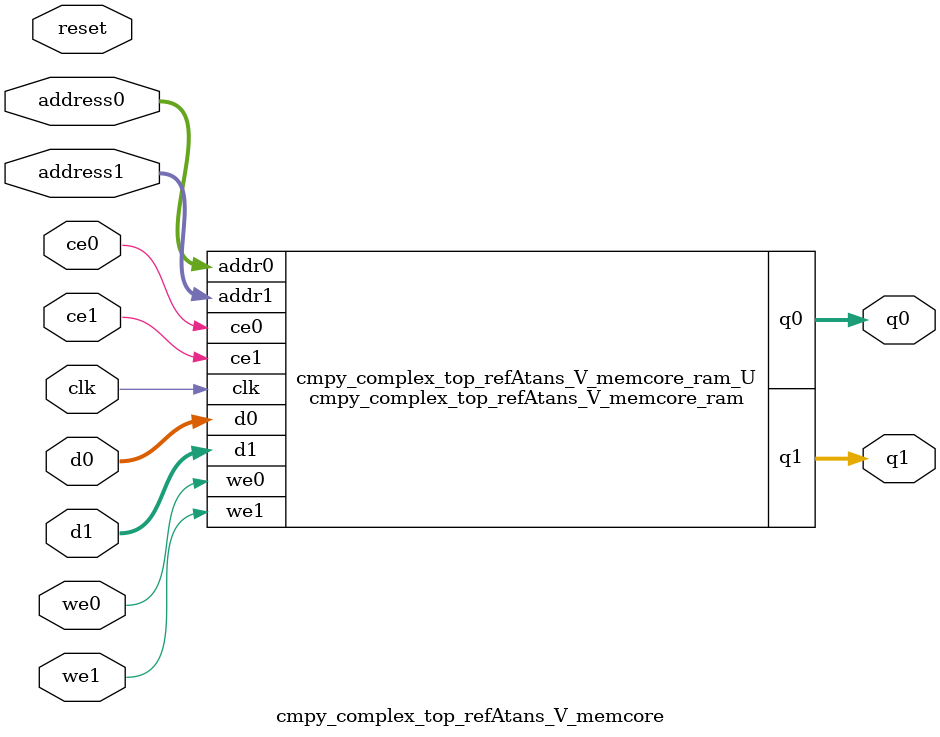
<source format=v>

`timescale 1 ns / 1 ps
module cmpy_complex_top_refAtans_V_memcore_ram (addr0, ce0, d0, we0, q0, addr1, ce1, d1, we1, q1,  clk);

parameter DWIDTH = 20;
parameter AWIDTH = 12;
parameter MEM_SIZE = 4096;

input[AWIDTH-1:0] addr0;
input ce0;
input[DWIDTH-1:0] d0;
input we0;
output reg[DWIDTH-1:0] q0;
input[AWIDTH-1:0] addr1;
input ce1;
input[DWIDTH-1:0] d1;
input we1;
output reg[DWIDTH-1:0] q1;
input clk;

(* ram_style = "block" *)reg [DWIDTH-1:0] ram[MEM_SIZE-1:0];




always @(posedge clk)  
begin 
    if (ce0) 
    begin
        if (we0) 
        begin 
            ram[addr0] <= d0; 
            q0 <= d0;
        end 
        else 
            q0 <= ram[addr0];
    end
end


always @(posedge clk)  
begin 
    if (ce1) 
    begin
        if (we1) 
        begin 
            ram[addr1] <= d1; 
            q1 <= d1;
        end 
        else 
            q1 <= ram[addr1];
    end
end


endmodule


`timescale 1 ns / 1 ps
module cmpy_complex_top_refAtans_V_memcore(
    reset,
    clk,
    address0,
    ce0,
    we0,
    d0,
    q0,
    address1,
    ce1,
    we1,
    d1,
    q1);

parameter DataWidth = 32'd20;
parameter AddressRange = 32'd4096;
parameter AddressWidth = 32'd12;
input reset;
input clk;
input[AddressWidth - 1:0] address0;
input ce0;
input we0;
input[DataWidth - 1:0] d0;
output[DataWidth - 1:0] q0;
input[AddressWidth - 1:0] address1;
input ce1;
input we1;
input[DataWidth - 1:0] d1;
output[DataWidth - 1:0] q1;



cmpy_complex_top_refAtans_V_memcore_ram cmpy_complex_top_refAtans_V_memcore_ram_U(
    .clk( clk ),
    .addr0( address0 ),
    .ce0( ce0 ),
    .d0( d0 ),
    .we0( we0 ),
    .q0( q0 ),
    .addr1( address1 ),
    .ce1( ce1 ),
    .d1( d1 ),
    .we1( we1 ),
    .q1( q1 ));

endmodule


</source>
